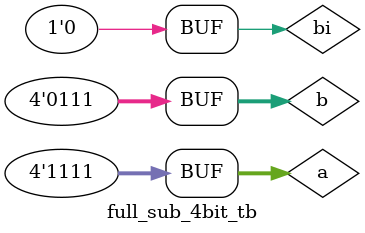
<source format=v>
module full_sub_4bit_tb; 
wire [3:0]d;
wire bo;
reg [3:0] a,b;
reg bi;
full_sub_4bit f(d,bo,a,b,bi);
initial 
begin
	a = 4'd0; b = 4'd0; bi = 1'd0;
	#10;
    a = 4'd10; b = 4'd4; bi = 1'd1;
	#10;
    a = 4'd6; b = 4'd8; bi = 1'd0;
	#10;
    a = 4'd2; b = 4'd1; bi = 1'd1;
	#10;
    a = 4'd15; b = 4'd7; bi = 1'd0;
	#10;

end
initial begin
    $dumpfile("wave.vcd"); //  iverilog -o wave full_sub.v tb_4bit.v
    $dumpvars(0, full_sub_4bit_tb); // vvp wave
end
endmodule
</source>
